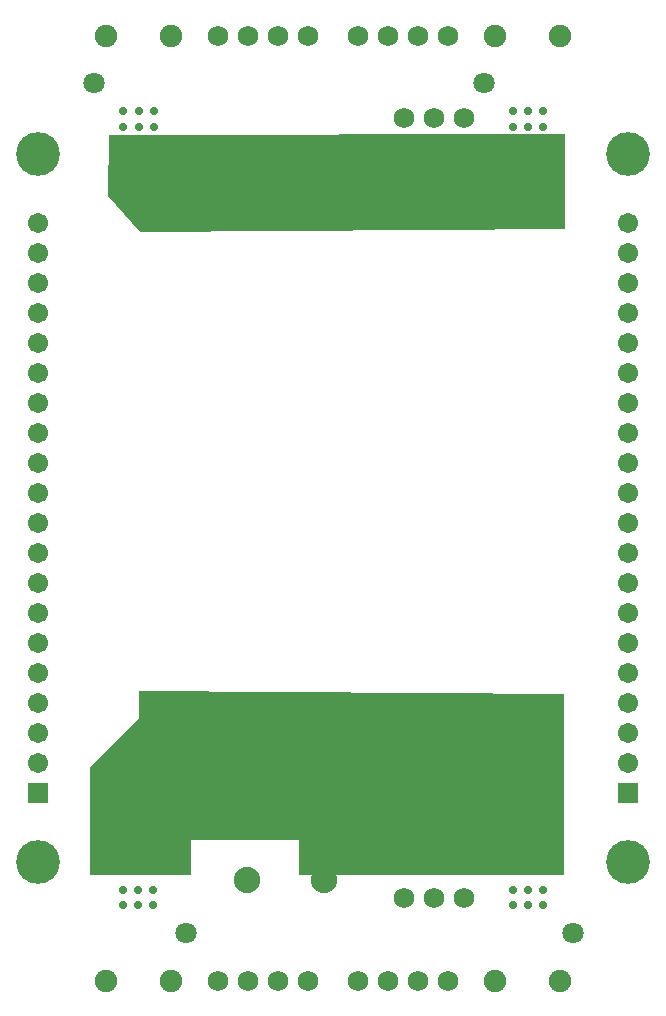
<source format=gbr>
%FSDAX33Y33*%
%MOMM*%
%SFA1B1*%

%IPPOS*%
%ADD21C,1.727200*%
%ADD22C,1.903199*%
%ADD23C,1.703200*%
%ADD24R,1.703200X1.703200*%
%ADD25C,2.235200*%
%ADD26C,3.703201*%
%ADD27C,0.703199*%
%ADD28C,1.803199*%
%LNbottomsolder-1*%
%LPD*%
G54D26*
X088496Y046216D03*
G54D24*
X088496Y052086D03*
G54D23*
X088496Y054626D03*
Y057166D03*
Y059706D03*
Y062246D03*
Y064786D03*
Y067326D03*
Y069866D03*
Y072406D03*
Y074946D03*
Y077486D03*
Y080026D03*
Y082566D03*
Y085106D03*
Y087646D03*
Y090186D03*
Y092726D03*
Y095266D03*
Y097806D03*
Y100346D03*
G54D26*
X088496Y106216D03*
G54D22*
X082746Y036216D03*
Y116216D03*
X077246Y036216D03*
Y116216D03*
G54D21*
X074546Y043216D03*
Y109216D03*
X073246Y036216D03*
Y116216D03*
X072006Y043216D03*
Y109216D03*
X070706Y036216D03*
Y116216D03*
X069466Y043216D03*
Y109216D03*
X068166Y036216D03*
Y116216D03*
X065626Y036216D03*
Y116216D03*
G54D25*
X062746Y044716D03*
G54D21*
X061366Y036216D03*
Y116216D03*
X058826Y036216D03*
Y116216D03*
X056286Y036216D03*
Y116216D03*
G54D25*
X056246Y044716D03*
G54D21*
X053746Y036216D03*
Y116216D03*
G54D22*
X049746Y036216D03*
Y116216D03*
X044246Y036216D03*
Y116216D03*
G54D26*
X038496Y046216D03*
G54D24*
X038496Y052086D03*
G54D23*
X038496Y054626D03*
Y057166D03*
Y059706D03*
Y062246D03*
Y064786D03*
Y067326D03*
Y069866D03*
Y072406D03*
Y074946D03*
Y077486D03*
Y080026D03*
Y082566D03*
Y085106D03*
Y087646D03*
Y090186D03*
Y092726D03*
Y095266D03*
Y097806D03*
Y100346D03*
G54D26*
X038496Y106216D03*
G36*
X083046Y045116D02*
Y060516D01*
X047046Y060716*
Y058416*
X042946Y054216*
Y045116*
X051446*
Y048116*
X060646*
Y045116*
X083046*
G37*
G36*
X083146Y107916D02*
X044546Y107816D01*
X044446Y102616*
X047146Y099616*
X083146Y099816*
Y107916*
G37*
G54D28*
X083846Y040216D03*
G54D27*
X081311Y108516D03*
Y109816D03*
X081301Y042616D03*
Y043916D03*
X080031Y108516D03*
Y109816D03*
X080021Y042616D03*
Y043916D03*
X078751Y108516D03*
Y109816D03*
X078741Y042616D03*
Y043916D03*
G54D28*
X076246Y112216D03*
X051046Y040216D03*
G54D27*
X048311Y108516D03*
Y109816D03*
X048271Y042616D03*
Y043916D03*
X047031Y108516D03*
Y109816D03*
X046991Y042616D03*
Y043916D03*
X045751Y108516D03*
Y109816D03*
X045711Y042616D03*
Y043916D03*
G54D28*
X043246Y112216D03*
M02*
</source>
